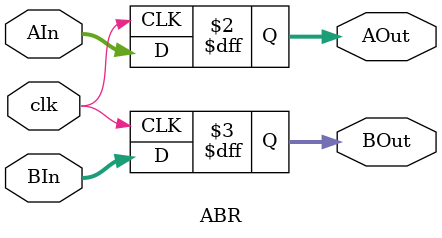
<source format=v>
`timescale 1ns / 1ps
module ABR(
    input clk,
    input [31:0] AIn,
    input [31:0] BIn,
    output reg [31:0] AOut,
    output reg [31:0] BOut
    );
    
    always@(posedge clk)begin
        AOut <= AIn;
        BOut <= BIn;
    end
endmodule

</source>
